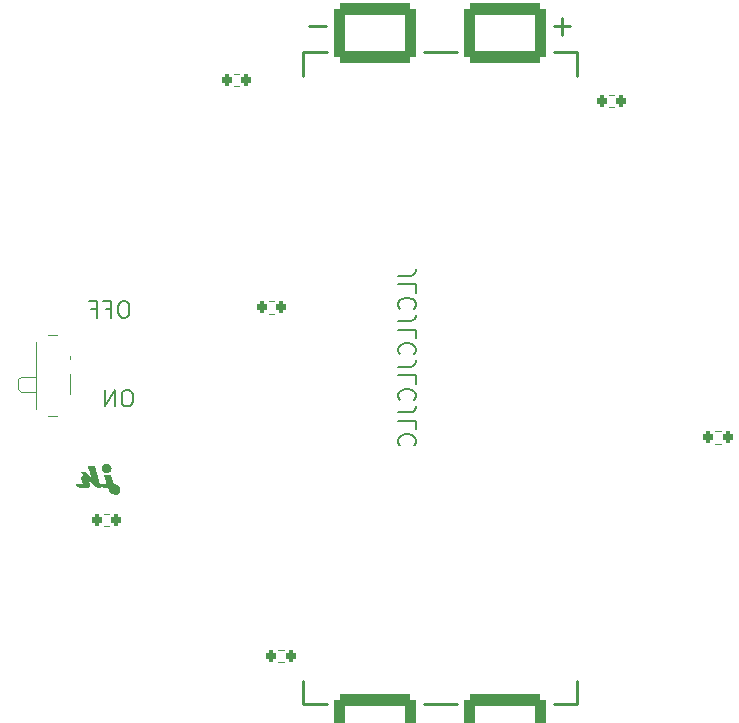
<source format=gbr>
%TF.GenerationSoftware,KiCad,Pcbnew,(6.0.7)*%
%TF.CreationDate,2022-08-24T17:41:01+02:00*%
%TF.ProjectId,TVZ_kuglica,54565a5f-6b75-4676-9c69-63612e6b6963,rev?*%
%TF.SameCoordinates,Original*%
%TF.FileFunction,Legend,Bot*%
%TF.FilePolarity,Positive*%
%FSLAX46Y46*%
G04 Gerber Fmt 4.6, Leading zero omitted, Abs format (unit mm)*
G04 Created by KiCad (PCBNEW (6.0.7)) date 2022-08-24 17:41:01*
%MOMM*%
%LPD*%
G01*
G04 APERTURE LIST*
G04 Aperture macros list*
%AMRoundRect*
0 Rectangle with rounded corners*
0 $1 Rounding radius*
0 $2 $3 $4 $5 $6 $7 $8 $9 X,Y pos of 4 corners*
0 Add a 4 corners polygon primitive as box body*
4,1,4,$2,$3,$4,$5,$6,$7,$8,$9,$2,$3,0*
0 Add four circle primitives for the rounded corners*
1,1,$1+$1,$2,$3*
1,1,$1+$1,$4,$5*
1,1,$1+$1,$6,$7*
1,1,$1+$1,$8,$9*
0 Add four rect primitives between the rounded corners*
20,1,$1+$1,$2,$3,$4,$5,0*
20,1,$1+$1,$4,$5,$6,$7,0*
20,1,$1+$1,$6,$7,$8,$9,0*
20,1,$1+$1,$8,$9,$2,$3,0*%
G04 Aperture macros list end*
%ADD10C,0.200000*%
%ADD11C,0.120000*%
%ADD12C,0.010000*%
%ADD13C,0.254000*%
%ADD14C,0.900000*%
%ADD15R,0.800000X1.000000*%
%ADD16R,1.500000X0.700000*%
%ADD17RoundRect,0.200000X-0.200000X-0.275000X0.200000X-0.275000X0.200000X0.275000X-0.200000X0.275000X0*%
%ADD18RoundRect,0.200000X0.200000X0.275000X-0.200000X0.275000X-0.200000X-0.275000X0.200000X-0.275000X0*%
%ADD19RoundRect,0.500000X3.000000X2.000000X-3.000000X2.000000X-3.000000X-2.000000X3.000000X-2.000000X0*%
%ADD20C,0.800000*%
G04 APERTURE END LIST*
D10*
X110333333Y-93483333D02*
X110066666Y-93483333D01*
X109933333Y-93550000D01*
X109800000Y-93683333D01*
X109733333Y-93950000D01*
X109733333Y-94416666D01*
X109800000Y-94683333D01*
X109933333Y-94816666D01*
X110066666Y-94883333D01*
X110333333Y-94883333D01*
X110466666Y-94816666D01*
X110600000Y-94683333D01*
X110666666Y-94416666D01*
X110666666Y-93950000D01*
X110600000Y-93683333D01*
X110466666Y-93550000D01*
X110333333Y-93483333D01*
X108666666Y-94150000D02*
X109133333Y-94150000D01*
X109133333Y-94883333D02*
X109133333Y-93483333D01*
X108466666Y-93483333D01*
X107466666Y-94150000D02*
X107933333Y-94150000D01*
X107933333Y-94883333D02*
X107933333Y-93483333D01*
X107266666Y-93483333D01*
X110616666Y-100983333D02*
X110350000Y-100983333D01*
X110216666Y-101050000D01*
X110083333Y-101183333D01*
X110016666Y-101450000D01*
X110016666Y-101916666D01*
X110083333Y-102183333D01*
X110216666Y-102316666D01*
X110350000Y-102383333D01*
X110616666Y-102383333D01*
X110750000Y-102316666D01*
X110883333Y-102183333D01*
X110950000Y-101916666D01*
X110950000Y-101450000D01*
X110883333Y-101183333D01*
X110750000Y-101050000D01*
X110616666Y-100983333D01*
X109416666Y-102383333D02*
X109416666Y-100983333D01*
X108616666Y-102383333D01*
X108616666Y-100983333D01*
X133428571Y-91321428D02*
X134500000Y-91321428D01*
X134714285Y-91250000D01*
X134857142Y-91107142D01*
X134928571Y-90892857D01*
X134928571Y-90750000D01*
X134928571Y-92750000D02*
X134928571Y-92035714D01*
X133428571Y-92035714D01*
X134785714Y-94107142D02*
X134857142Y-94035714D01*
X134928571Y-93821428D01*
X134928571Y-93678571D01*
X134857142Y-93464285D01*
X134714285Y-93321428D01*
X134571428Y-93250000D01*
X134285714Y-93178571D01*
X134071428Y-93178571D01*
X133785714Y-93250000D01*
X133642857Y-93321428D01*
X133500000Y-93464285D01*
X133428571Y-93678571D01*
X133428571Y-93821428D01*
X133500000Y-94035714D01*
X133571428Y-94107142D01*
X133428571Y-95178571D02*
X134500000Y-95178571D01*
X134714285Y-95107142D01*
X134857142Y-94964285D01*
X134928571Y-94750000D01*
X134928571Y-94607142D01*
X134928571Y-96607142D02*
X134928571Y-95892857D01*
X133428571Y-95892857D01*
X134785714Y-97964285D02*
X134857142Y-97892857D01*
X134928571Y-97678571D01*
X134928571Y-97535714D01*
X134857142Y-97321428D01*
X134714285Y-97178571D01*
X134571428Y-97107142D01*
X134285714Y-97035714D01*
X134071428Y-97035714D01*
X133785714Y-97107142D01*
X133642857Y-97178571D01*
X133500000Y-97321428D01*
X133428571Y-97535714D01*
X133428571Y-97678571D01*
X133500000Y-97892857D01*
X133571428Y-97964285D01*
X133428571Y-99035714D02*
X134500000Y-99035714D01*
X134714285Y-98964285D01*
X134857142Y-98821428D01*
X134928571Y-98607142D01*
X134928571Y-98464285D01*
X134928571Y-100464285D02*
X134928571Y-99750000D01*
X133428571Y-99750000D01*
X134785714Y-101821428D02*
X134857142Y-101750000D01*
X134928571Y-101535714D01*
X134928571Y-101392857D01*
X134857142Y-101178571D01*
X134714285Y-101035714D01*
X134571428Y-100964285D01*
X134285714Y-100892857D01*
X134071428Y-100892857D01*
X133785714Y-100964285D01*
X133642857Y-101035714D01*
X133500000Y-101178571D01*
X133428571Y-101392857D01*
X133428571Y-101535714D01*
X133500000Y-101750000D01*
X133571428Y-101821428D01*
X133428571Y-102892857D02*
X134500000Y-102892857D01*
X134714285Y-102821428D01*
X134857142Y-102678571D01*
X134928571Y-102464285D01*
X134928571Y-102321428D01*
X134928571Y-104321428D02*
X134928571Y-103607142D01*
X133428571Y-103607142D01*
X134785714Y-105678571D02*
X134857142Y-105607142D01*
X134928571Y-105392857D01*
X134928571Y-105250000D01*
X134857142Y-105035714D01*
X134714285Y-104892857D01*
X134571428Y-104821428D01*
X134285714Y-104750000D01*
X134071428Y-104750000D01*
X133785714Y-104821428D01*
X133642857Y-104892857D01*
X133500000Y-105035714D01*
X133428571Y-105250000D01*
X133428571Y-105392857D01*
X133500000Y-105607142D01*
X133571428Y-105678571D01*
D11*
%TO.C,SW1*%
X101270000Y-100950000D02*
X101270000Y-100050000D01*
X103780000Y-96300000D02*
X104570000Y-96300000D01*
X102770000Y-102600000D02*
X102770000Y-96900000D01*
X105620000Y-98350000D02*
X105620000Y-98150000D01*
X105620000Y-101350000D02*
X105620000Y-99650000D01*
X102770000Y-101150000D02*
X101480000Y-101150000D01*
X104570000Y-103200000D02*
X103780000Y-103200000D01*
X101480000Y-99850000D02*
X101270000Y-100050000D01*
X101480000Y-99850000D02*
X102770000Y-99850000D01*
X101480000Y-101150000D02*
X101270000Y-100950000D01*
%TO.C,G\u002A\u002A\u002A*%
G36*
X108765002Y-107263521D02*
G01*
X108804326Y-107270409D01*
X108833790Y-107279638D01*
X108900049Y-107310951D01*
X108959677Y-107353888D01*
X109009841Y-107406178D01*
X109047709Y-107465550D01*
X109060083Y-107492524D01*
X109068709Y-107518889D01*
X109073473Y-107547909D01*
X109075916Y-107586186D01*
X109076315Y-107599983D01*
X109073282Y-107659973D01*
X109060832Y-107711650D01*
X109037395Y-107759714D01*
X109001395Y-107808867D01*
X108982719Y-107829496D01*
X108934297Y-107870284D01*
X108875287Y-107904220D01*
X108803282Y-107932813D01*
X108779170Y-107937990D01*
X108740546Y-107941229D01*
X108695397Y-107941538D01*
X108648598Y-107939053D01*
X108605024Y-107933912D01*
X108569547Y-107926251D01*
X108516043Y-107905135D01*
X108455016Y-107868082D01*
X108401320Y-107821145D01*
X108358997Y-107767375D01*
X108346362Y-107744623D01*
X108325199Y-107685780D01*
X108315508Y-107621778D01*
X108317328Y-107556605D01*
X108330701Y-107494254D01*
X108355667Y-107438715D01*
X108377574Y-107408074D01*
X108420993Y-107363665D01*
X108473314Y-107323897D01*
X108530352Y-107291801D01*
X108587925Y-107270409D01*
X108618635Y-107264585D01*
X108665721Y-107260609D01*
X108716655Y-107260254D01*
X108765002Y-107263521D01*
G37*
D12*
X108765002Y-107263521D02*
X108804326Y-107270409D01*
X108833790Y-107279638D01*
X108900049Y-107310951D01*
X108959677Y-107353888D01*
X109009841Y-107406178D01*
X109047709Y-107465550D01*
X109060083Y-107492524D01*
X109068709Y-107518889D01*
X109073473Y-107547909D01*
X109075916Y-107586186D01*
X109076315Y-107599983D01*
X109073282Y-107659973D01*
X109060832Y-107711650D01*
X109037395Y-107759714D01*
X109001395Y-107808867D01*
X108982719Y-107829496D01*
X108934297Y-107870284D01*
X108875287Y-107904220D01*
X108803282Y-107932813D01*
X108779170Y-107937990D01*
X108740546Y-107941229D01*
X108695397Y-107941538D01*
X108648598Y-107939053D01*
X108605024Y-107933912D01*
X108569547Y-107926251D01*
X108516043Y-107905135D01*
X108455016Y-107868082D01*
X108401320Y-107821145D01*
X108358997Y-107767375D01*
X108346362Y-107744623D01*
X108325199Y-107685780D01*
X108315508Y-107621778D01*
X108317328Y-107556605D01*
X108330701Y-107494254D01*
X108355667Y-107438715D01*
X108377574Y-107408074D01*
X108420993Y-107363665D01*
X108473314Y-107323897D01*
X108530352Y-107291801D01*
X108587925Y-107270409D01*
X108618635Y-107264585D01*
X108665721Y-107260609D01*
X108716655Y-107260254D01*
X108765002Y-107263521D01*
G36*
X109815786Y-109506239D02*
G01*
X109802334Y-109557599D01*
X109780650Y-109608257D01*
X109753330Y-109655707D01*
X109714285Y-109703422D01*
X109667550Y-109740076D01*
X109610420Y-109768211D01*
X109605725Y-109769963D01*
X109557213Y-109781106D01*
X109498908Y-109784668D01*
X109434261Y-109781147D01*
X109366720Y-109771042D01*
X109299737Y-109754851D01*
X109236762Y-109733073D01*
X109181244Y-109706206D01*
X109149238Y-109686712D01*
X109087229Y-109641450D01*
X109033642Y-109590179D01*
X108987047Y-109530936D01*
X108946014Y-109461757D01*
X108909114Y-109380680D01*
X108874915Y-109285743D01*
X108841927Y-109184257D01*
X109364160Y-109184257D01*
X109364412Y-109188335D01*
X109368509Y-109205640D01*
X109376514Y-109234480D01*
X109387811Y-109272724D01*
X109401780Y-109318243D01*
X109417802Y-109368908D01*
X109428449Y-109401985D01*
X109444178Y-109450382D01*
X109458081Y-109492596D01*
X109469412Y-109526389D01*
X109477427Y-109549525D01*
X109481380Y-109559768D01*
X109485033Y-109562454D01*
X109494868Y-109556116D01*
X109510282Y-109535956D01*
X109511219Y-109534570D01*
X109521566Y-109518043D01*
X109528077Y-109502861D01*
X109531622Y-109484720D01*
X109533075Y-109459315D01*
X109533307Y-109422344D01*
X109533089Y-109396582D01*
X109531709Y-109365752D01*
X109528327Y-109343076D01*
X109522102Y-109323828D01*
X109512199Y-109303281D01*
X109504350Y-109289783D01*
X109483000Y-109259597D01*
X109460796Y-109234535D01*
X109442116Y-109219048D01*
X109417957Y-109203087D01*
X109394220Y-109190568D01*
X109374942Y-109183591D01*
X109364160Y-109184257D01*
X108841927Y-109184257D01*
X108838457Y-109173582D01*
X108610526Y-109170240D01*
X108548243Y-109169199D01*
X108489377Y-109167818D01*
X108442986Y-109166147D01*
X108407248Y-109164074D01*
X108380337Y-109161490D01*
X108360431Y-109158287D01*
X108345705Y-109154355D01*
X108298026Y-109135710D01*
X108257730Y-109113474D01*
X108217891Y-109083638D01*
X108199853Y-109069526D01*
X108185635Y-109060300D01*
X108180188Y-109059472D01*
X108181908Y-109067708D01*
X108187663Y-109087273D01*
X108196063Y-109112781D01*
X108203220Y-109134386D01*
X108209515Y-109155368D01*
X108211938Y-109166335D01*
X108206205Y-109168433D01*
X108186147Y-109170152D01*
X108153219Y-109171068D01*
X108109027Y-109171140D01*
X108055172Y-109170327D01*
X108031962Y-109169829D01*
X107985202Y-109168594D01*
X107945198Y-109166492D01*
X107910262Y-109162640D01*
X107878704Y-109156153D01*
X107848836Y-109146147D01*
X107818967Y-109131736D01*
X107787411Y-109112038D01*
X107752477Y-109086166D01*
X107712476Y-109053237D01*
X107665721Y-109012367D01*
X107610521Y-108962670D01*
X107545188Y-108903263D01*
X107497522Y-108859773D01*
X107442374Y-108809201D01*
X107386999Y-108758186D01*
X107334396Y-108709499D01*
X107287568Y-108665913D01*
X107249516Y-108630199D01*
X107240627Y-108621814D01*
X107206227Y-108589589D01*
X107176502Y-108562096D01*
X107153159Y-108540888D01*
X107137903Y-108527520D01*
X107132438Y-108523544D01*
X107132545Y-108524105D01*
X107135778Y-108535362D01*
X107143070Y-108559408D01*
X107153821Y-108594304D01*
X107167434Y-108638113D01*
X107183308Y-108688899D01*
X107200845Y-108744724D01*
X107210624Y-108775877D01*
X107229313Y-108836303D01*
X107243727Y-108884672D01*
X107254391Y-108923064D01*
X107261833Y-108953557D01*
X107266578Y-108978231D01*
X107269150Y-108999164D01*
X107270078Y-109018435D01*
X107270072Y-109039880D01*
X107267959Y-109065808D01*
X107262120Y-109085338D01*
X107251280Y-109104305D01*
X107247448Y-109109599D01*
X107225104Y-109132825D01*
X107199907Y-109151027D01*
X107196589Y-109152812D01*
X107188709Y-109156608D01*
X107179801Y-109159746D01*
X107168381Y-109162300D01*
X107152962Y-109164344D01*
X107132062Y-109165954D01*
X107104195Y-109167202D01*
X107067876Y-109168164D01*
X107021621Y-109168914D01*
X106963946Y-109169527D01*
X106893364Y-109170076D01*
X106808393Y-109170635D01*
X106765085Y-109170896D01*
X106683957Y-109171260D01*
X106616499Y-109171337D01*
X106561215Y-109171091D01*
X106516605Y-109170485D01*
X106481172Y-109169483D01*
X106453418Y-109168048D01*
X106431846Y-109166145D01*
X106414956Y-109163738D01*
X106401252Y-109160790D01*
X106372847Y-109152557D01*
X106306761Y-109124978D01*
X106250312Y-109088762D01*
X106205352Y-109045252D01*
X106173731Y-108995790D01*
X106167340Y-108981585D01*
X106159277Y-108961451D01*
X106156125Y-108950149D01*
X106156387Y-108949691D01*
X106167140Y-108947407D01*
X106193477Y-108945523D01*
X106235155Y-108944046D01*
X106291932Y-108942983D01*
X106363565Y-108942341D01*
X106449813Y-108942125D01*
X106507078Y-108942008D01*
X106573611Y-108941536D01*
X106631118Y-108940731D01*
X106678231Y-108939628D01*
X106713579Y-108938261D01*
X106735792Y-108936664D01*
X106743500Y-108934870D01*
X106743405Y-108934185D01*
X106740210Y-108922233D01*
X106732926Y-108897523D01*
X106722158Y-108862033D01*
X106708508Y-108817738D01*
X106692582Y-108766614D01*
X106674982Y-108710636D01*
X106669759Y-108694057D01*
X106647173Y-108620987D01*
X106629601Y-108560812D01*
X106616813Y-108511805D01*
X106608580Y-108472243D01*
X106604672Y-108440403D01*
X106604860Y-108414560D01*
X106608913Y-108392990D01*
X106616602Y-108373970D01*
X106627696Y-108355775D01*
X106627838Y-108355571D01*
X106648909Y-108332092D01*
X106676665Y-108314255D01*
X106713357Y-108301259D01*
X106761234Y-108292307D01*
X106822547Y-108286599D01*
X106911558Y-108280966D01*
X106825533Y-108192843D01*
X106823600Y-108190862D01*
X106783799Y-108150081D01*
X106739098Y-108104266D01*
X106694827Y-108058881D01*
X106656318Y-108019391D01*
X106573128Y-107934063D01*
X106743642Y-107934785D01*
X106914157Y-107935508D01*
X107053148Y-108079645D01*
X107081286Y-108108826D01*
X107158938Y-108189357D01*
X107226472Y-108259371D01*
X107284575Y-108319538D01*
X107333934Y-108370534D01*
X107375233Y-108413031D01*
X107409161Y-108447703D01*
X107436402Y-108475223D01*
X107457643Y-108496265D01*
X107473570Y-108511502D01*
X107484869Y-108521608D01*
X107492228Y-108527256D01*
X107496331Y-108529119D01*
X107497865Y-108527871D01*
X107497517Y-108524186D01*
X107495972Y-108518736D01*
X107493917Y-108512196D01*
X107490444Y-108500841D01*
X107481941Y-108473284D01*
X107469818Y-108434145D01*
X107454536Y-108384908D01*
X107436558Y-108327060D01*
X107416349Y-108262086D01*
X107394370Y-108191472D01*
X107371086Y-108116704D01*
X107346960Y-108039266D01*
X107322454Y-107960645D01*
X107298032Y-107882326D01*
X107274157Y-107805795D01*
X107251293Y-107732538D01*
X107229902Y-107664039D01*
X107210447Y-107601786D01*
X107193393Y-107547262D01*
X107179201Y-107501955D01*
X107168336Y-107467349D01*
X107161260Y-107444930D01*
X107158436Y-107436184D01*
X107158840Y-107434301D01*
X107164874Y-107431792D01*
X107178703Y-107429818D01*
X107201672Y-107428322D01*
X107235129Y-107427253D01*
X107280420Y-107426556D01*
X107338892Y-107426177D01*
X107411890Y-107426063D01*
X107669228Y-107426063D01*
X108143004Y-108942125D01*
X108455283Y-108942125D01*
X108475480Y-108942118D01*
X108542806Y-108941989D01*
X108604422Y-108941711D01*
X108658635Y-108941303D01*
X108703750Y-108940783D01*
X108738072Y-108940170D01*
X108759908Y-108939482D01*
X108767563Y-108938737D01*
X108767547Y-108938630D01*
X108764877Y-108929442D01*
X108757944Y-108906703D01*
X108747206Y-108871886D01*
X108733120Y-108826467D01*
X108716146Y-108771920D01*
X108696741Y-108709717D01*
X108675363Y-108641334D01*
X108652469Y-108568245D01*
X108650720Y-108562665D01*
X108627905Y-108489742D01*
X108606641Y-108421528D01*
X108587390Y-108359513D01*
X108570609Y-108305189D01*
X108556758Y-108260045D01*
X108546296Y-108225572D01*
X108539682Y-108203261D01*
X108537375Y-108194602D01*
X108540188Y-108193635D01*
X108556475Y-108192131D01*
X108585639Y-108190794D01*
X108625812Y-108189670D01*
X108675123Y-108188809D01*
X108731701Y-108188257D01*
X108793678Y-108188063D01*
X109049980Y-108188062D01*
X109119733Y-108404359D01*
X109134155Y-108449076D01*
X109156982Y-108519841D01*
X109180513Y-108592775D01*
X109203353Y-108663557D01*
X109224109Y-108727869D01*
X109241388Y-108781391D01*
X109293289Y-108942125D01*
X109339015Y-108942125D01*
X109355738Y-108942536D01*
X109424607Y-108951385D01*
X109497429Y-108970834D01*
X109569250Y-108999648D01*
X109597140Y-109013682D01*
X109630514Y-109034095D01*
X109661668Y-109058816D01*
X109696427Y-109092077D01*
X109740065Y-109141208D01*
X109778354Y-109199482D01*
X109804141Y-109261654D01*
X109818662Y-109330831D01*
X109823156Y-109410121D01*
X109822851Y-109422344D01*
X109822196Y-109448633D01*
X109815786Y-109506239D01*
G37*
X109815786Y-109506239D02*
X109802334Y-109557599D01*
X109780650Y-109608257D01*
X109753330Y-109655707D01*
X109714285Y-109703422D01*
X109667550Y-109740076D01*
X109610420Y-109768211D01*
X109605725Y-109769963D01*
X109557213Y-109781106D01*
X109498908Y-109784668D01*
X109434261Y-109781147D01*
X109366720Y-109771042D01*
X109299737Y-109754851D01*
X109236762Y-109733073D01*
X109181244Y-109706206D01*
X109149238Y-109686712D01*
X109087229Y-109641450D01*
X109033642Y-109590179D01*
X108987047Y-109530936D01*
X108946014Y-109461757D01*
X108909114Y-109380680D01*
X108874915Y-109285743D01*
X108841927Y-109184257D01*
X109364160Y-109184257D01*
X109364412Y-109188335D01*
X109368509Y-109205640D01*
X109376514Y-109234480D01*
X109387811Y-109272724D01*
X109401780Y-109318243D01*
X109417802Y-109368908D01*
X109428449Y-109401985D01*
X109444178Y-109450382D01*
X109458081Y-109492596D01*
X109469412Y-109526389D01*
X109477427Y-109549525D01*
X109481380Y-109559768D01*
X109485033Y-109562454D01*
X109494868Y-109556116D01*
X109510282Y-109535956D01*
X109511219Y-109534570D01*
X109521566Y-109518043D01*
X109528077Y-109502861D01*
X109531622Y-109484720D01*
X109533075Y-109459315D01*
X109533307Y-109422344D01*
X109533089Y-109396582D01*
X109531709Y-109365752D01*
X109528327Y-109343076D01*
X109522102Y-109323828D01*
X109512199Y-109303281D01*
X109504350Y-109289783D01*
X109483000Y-109259597D01*
X109460796Y-109234535D01*
X109442116Y-109219048D01*
X109417957Y-109203087D01*
X109394220Y-109190568D01*
X109374942Y-109183591D01*
X109364160Y-109184257D01*
X108841927Y-109184257D01*
X108838457Y-109173582D01*
X108610526Y-109170240D01*
X108548243Y-109169199D01*
X108489377Y-109167818D01*
X108442986Y-109166147D01*
X108407248Y-109164074D01*
X108380337Y-109161490D01*
X108360431Y-109158287D01*
X108345705Y-109154355D01*
X108298026Y-109135710D01*
X108257730Y-109113474D01*
X108217891Y-109083638D01*
X108199853Y-109069526D01*
X108185635Y-109060300D01*
X108180188Y-109059472D01*
X108181908Y-109067708D01*
X108187663Y-109087273D01*
X108196063Y-109112781D01*
X108203220Y-109134386D01*
X108209515Y-109155368D01*
X108211938Y-109166335D01*
X108206205Y-109168433D01*
X108186147Y-109170152D01*
X108153219Y-109171068D01*
X108109027Y-109171140D01*
X108055172Y-109170327D01*
X108031962Y-109169829D01*
X107985202Y-109168594D01*
X107945198Y-109166492D01*
X107910262Y-109162640D01*
X107878704Y-109156153D01*
X107848836Y-109146147D01*
X107818967Y-109131736D01*
X107787411Y-109112038D01*
X107752477Y-109086166D01*
X107712476Y-109053237D01*
X107665721Y-109012367D01*
X107610521Y-108962670D01*
X107545188Y-108903263D01*
X107497522Y-108859773D01*
X107442374Y-108809201D01*
X107386999Y-108758186D01*
X107334396Y-108709499D01*
X107287568Y-108665913D01*
X107249516Y-108630199D01*
X107240627Y-108621814D01*
X107206227Y-108589589D01*
X107176502Y-108562096D01*
X107153159Y-108540888D01*
X107137903Y-108527520D01*
X107132438Y-108523544D01*
X107132545Y-108524105D01*
X107135778Y-108535362D01*
X107143070Y-108559408D01*
X107153821Y-108594304D01*
X107167434Y-108638113D01*
X107183308Y-108688899D01*
X107200845Y-108744724D01*
X107210624Y-108775877D01*
X107229313Y-108836303D01*
X107243727Y-108884672D01*
X107254391Y-108923064D01*
X107261833Y-108953557D01*
X107266578Y-108978231D01*
X107269150Y-108999164D01*
X107270078Y-109018435D01*
X107270072Y-109039880D01*
X107267959Y-109065808D01*
X107262120Y-109085338D01*
X107251280Y-109104305D01*
X107247448Y-109109599D01*
X107225104Y-109132825D01*
X107199907Y-109151027D01*
X107196589Y-109152812D01*
X107188709Y-109156608D01*
X107179801Y-109159746D01*
X107168381Y-109162300D01*
X107152962Y-109164344D01*
X107132062Y-109165954D01*
X107104195Y-109167202D01*
X107067876Y-109168164D01*
X107021621Y-109168914D01*
X106963946Y-109169527D01*
X106893364Y-109170076D01*
X106808393Y-109170635D01*
X106765085Y-109170896D01*
X106683957Y-109171260D01*
X106616499Y-109171337D01*
X106561215Y-109171091D01*
X106516605Y-109170485D01*
X106481172Y-109169483D01*
X106453418Y-109168048D01*
X106431846Y-109166145D01*
X106414956Y-109163738D01*
X106401252Y-109160790D01*
X106372847Y-109152557D01*
X106306761Y-109124978D01*
X106250312Y-109088762D01*
X106205352Y-109045252D01*
X106173731Y-108995790D01*
X106167340Y-108981585D01*
X106159277Y-108961451D01*
X106156125Y-108950149D01*
X106156387Y-108949691D01*
X106167140Y-108947407D01*
X106193477Y-108945523D01*
X106235155Y-108944046D01*
X106291932Y-108942983D01*
X106363565Y-108942341D01*
X106449813Y-108942125D01*
X106507078Y-108942008D01*
X106573611Y-108941536D01*
X106631118Y-108940731D01*
X106678231Y-108939628D01*
X106713579Y-108938261D01*
X106735792Y-108936664D01*
X106743500Y-108934870D01*
X106743405Y-108934185D01*
X106740210Y-108922233D01*
X106732926Y-108897523D01*
X106722158Y-108862033D01*
X106708508Y-108817738D01*
X106692582Y-108766614D01*
X106674982Y-108710636D01*
X106669759Y-108694057D01*
X106647173Y-108620987D01*
X106629601Y-108560812D01*
X106616813Y-108511805D01*
X106608580Y-108472243D01*
X106604672Y-108440403D01*
X106604860Y-108414560D01*
X106608913Y-108392990D01*
X106616602Y-108373970D01*
X106627696Y-108355775D01*
X106627838Y-108355571D01*
X106648909Y-108332092D01*
X106676665Y-108314255D01*
X106713357Y-108301259D01*
X106761234Y-108292307D01*
X106822547Y-108286599D01*
X106911558Y-108280966D01*
X106825533Y-108192843D01*
X106823600Y-108190862D01*
X106783799Y-108150081D01*
X106739098Y-108104266D01*
X106694827Y-108058881D01*
X106656318Y-108019391D01*
X106573128Y-107934063D01*
X106743642Y-107934785D01*
X106914157Y-107935508D01*
X107053148Y-108079645D01*
X107081286Y-108108826D01*
X107158938Y-108189357D01*
X107226472Y-108259371D01*
X107284575Y-108319538D01*
X107333934Y-108370534D01*
X107375233Y-108413031D01*
X107409161Y-108447703D01*
X107436402Y-108475223D01*
X107457643Y-108496265D01*
X107473570Y-108511502D01*
X107484869Y-108521608D01*
X107492228Y-108527256D01*
X107496331Y-108529119D01*
X107497865Y-108527871D01*
X107497517Y-108524186D01*
X107495972Y-108518736D01*
X107493917Y-108512196D01*
X107490444Y-108500841D01*
X107481941Y-108473284D01*
X107469818Y-108434145D01*
X107454536Y-108384908D01*
X107436558Y-108327060D01*
X107416349Y-108262086D01*
X107394370Y-108191472D01*
X107371086Y-108116704D01*
X107346960Y-108039266D01*
X107322454Y-107960645D01*
X107298032Y-107882326D01*
X107274157Y-107805795D01*
X107251293Y-107732538D01*
X107229902Y-107664039D01*
X107210447Y-107601786D01*
X107193393Y-107547262D01*
X107179201Y-107501955D01*
X107168336Y-107467349D01*
X107161260Y-107444930D01*
X107158436Y-107436184D01*
X107158840Y-107434301D01*
X107164874Y-107431792D01*
X107178703Y-107429818D01*
X107201672Y-107428322D01*
X107235129Y-107427253D01*
X107280420Y-107426556D01*
X107338892Y-107426177D01*
X107411890Y-107426063D01*
X107669228Y-107426063D01*
X108143004Y-108942125D01*
X108455283Y-108942125D01*
X108475480Y-108942118D01*
X108542806Y-108941989D01*
X108604422Y-108941711D01*
X108658635Y-108941303D01*
X108703750Y-108940783D01*
X108738072Y-108940170D01*
X108759908Y-108939482D01*
X108767563Y-108938737D01*
X108767547Y-108938630D01*
X108764877Y-108929442D01*
X108757944Y-108906703D01*
X108747206Y-108871886D01*
X108733120Y-108826467D01*
X108716146Y-108771920D01*
X108696741Y-108709717D01*
X108675363Y-108641334D01*
X108652469Y-108568245D01*
X108650720Y-108562665D01*
X108627905Y-108489742D01*
X108606641Y-108421528D01*
X108587390Y-108359513D01*
X108570609Y-108305189D01*
X108556758Y-108260045D01*
X108546296Y-108225572D01*
X108539682Y-108203261D01*
X108537375Y-108194602D01*
X108540188Y-108193635D01*
X108556475Y-108192131D01*
X108585639Y-108190794D01*
X108625812Y-108189670D01*
X108675123Y-108188809D01*
X108731701Y-108188257D01*
X108793678Y-108188063D01*
X109049980Y-108188062D01*
X109119733Y-108404359D01*
X109134155Y-108449076D01*
X109156982Y-108519841D01*
X109180513Y-108592775D01*
X109203353Y-108663557D01*
X109224109Y-108727869D01*
X109241388Y-108781391D01*
X109293289Y-108942125D01*
X109339015Y-108942125D01*
X109355738Y-108942536D01*
X109424607Y-108951385D01*
X109497429Y-108970834D01*
X109569250Y-108999648D01*
X109597140Y-109013682D01*
X109630514Y-109034095D01*
X109661668Y-109058816D01*
X109696427Y-109092077D01*
X109740065Y-109141208D01*
X109778354Y-109199482D01*
X109804141Y-109261654D01*
X109818662Y-109330831D01*
X109823156Y-109410121D01*
X109822851Y-109422344D01*
X109822196Y-109448633D01*
X109815786Y-109506239D01*
D11*
%TO.C,R2*%
X119512742Y-75272500D02*
X119987258Y-75272500D01*
X119512742Y-74227500D02*
X119987258Y-74227500D01*
%TO.C,R3*%
X151737258Y-77022500D02*
X151262742Y-77022500D01*
X151737258Y-75977500D02*
X151262742Y-75977500D01*
%TO.C,R5*%
X108512742Y-112522500D02*
X108987258Y-112522500D01*
X108512742Y-111477500D02*
X108987258Y-111477500D01*
%TO.C,R6*%
X123262742Y-122977500D02*
X123737258Y-122977500D01*
X123262742Y-124022500D02*
X123737258Y-124022500D01*
%TO.C,R7*%
X160262742Y-104477500D02*
X160737258Y-104477500D01*
X160262742Y-105522500D02*
X160737258Y-105522500D01*
%TO.C,R8*%
X122462742Y-93477500D02*
X122937258Y-93477500D01*
X122462742Y-94522500D02*
X122937258Y-94522500D01*
D13*
%TO.C,BT1*%
X146600000Y-127600000D02*
X148600000Y-127600000D01*
X127300000Y-70200000D02*
X125900000Y-70200000D01*
X148600000Y-72400000D02*
X146600000Y-72400000D01*
X125400000Y-72400000D02*
X125400000Y-74400000D01*
X135600000Y-127600000D02*
X138400000Y-127600000D01*
X148600000Y-72400000D02*
X148600000Y-74400000D01*
X127400000Y-72400000D02*
X125400000Y-72400000D01*
X147300000Y-70900000D02*
X147300000Y-69500000D01*
X148000000Y-70200000D02*
X146600000Y-70200000D01*
X138400000Y-72400000D02*
X135600000Y-72400000D01*
X148600000Y-127600000D02*
X148600000Y-125600000D01*
X125400000Y-127600000D02*
X127400000Y-127600000D01*
X125400000Y-127600000D02*
X125400000Y-125600000D01*
%TD*%
%LPC*%
D14*
%TO.C,SW1*%
X104170000Y-98250000D03*
X104170000Y-101250000D03*
D15*
X105280000Y-103400000D03*
X105280000Y-96100000D03*
X103070000Y-96100000D03*
X103070000Y-103400000D03*
D16*
X105930000Y-102000000D03*
X105930000Y-99000000D03*
X105930000Y-97500000D03*
%TD*%
D17*
%TO.C,R2*%
X118925000Y-74750000D03*
X120575000Y-74750000D03*
%TD*%
D18*
%TO.C,R3*%
X152325000Y-76500000D03*
X150675000Y-76500000D03*
%TD*%
D17*
%TO.C,R5*%
X107925000Y-112000000D03*
X109575000Y-112000000D03*
%TD*%
%TO.C,R6*%
X122675000Y-123500000D03*
X124325000Y-123500000D03*
%TD*%
%TO.C,R7*%
X159675000Y-105000000D03*
X161325000Y-105000000D03*
%TD*%
%TO.C,R8*%
X121875000Y-94000000D03*
X123525000Y-94000000D03*
%TD*%
D19*
%TO.C,BT1*%
X142500000Y-70750000D03*
X131500000Y-129250000D03*
X142500000Y-129250000D03*
X131500000Y-70750000D03*
%TD*%
D20*
X156750000Y-90750000D03*
X151500000Y-129750000D03*
X131000000Y-78500000D03*
X161250000Y-114250000D03*
X128750000Y-102750000D03*
X121750000Y-129000000D03*
X115000000Y-117000000D03*
X114250000Y-94500000D03*
X121500000Y-74750000D03*
X148000000Y-76500000D03*
X110500000Y-112000000D03*
X136000000Y-128250000D03*
X162250000Y-105000000D03*
X137500000Y-94000000D03*
M02*

</source>
